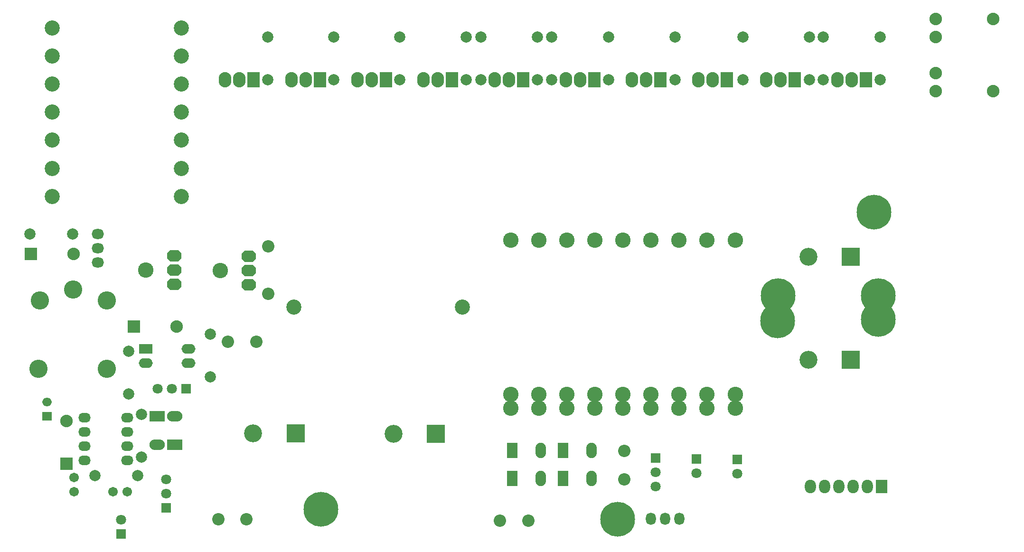
<source format=gts>
%FSTAX24Y24*%
%MOIN*%
G70*
G01*
G75*
G04 Layer_Color=8388736*
%ADD10C,0.0787*%
%ADD11C,0.1575*%
%ADD12C,0.1181*%
%ADD13C,0.0591*%
%ADD14C,0.0000*%
%ADD15C,0.1000*%
%ADD16C,0.0591*%
%ADD17R,0.0630X0.0630*%
%ADD18C,0.0630*%
%ADD19C,0.0787*%
%ADD20C,0.2362*%
G04:AMPARAMS|DCode=21|XSize=70mil|YSize=90mil|CornerRadius=0mil|HoleSize=0mil|Usage=FLASHONLY|Rotation=90.000|XOffset=0mil|YOffset=0mil|HoleType=Round|Shape=Octagon|*
%AMOCTAGOND21*
4,1,8,-0.0450,-0.0175,-0.0450,0.0175,-0.0275,0.0350,0.0275,0.0350,0.0450,0.0175,0.0450,-0.0175,0.0275,-0.0350,-0.0275,-0.0350,-0.0450,-0.0175,0.0*
%
%ADD21OCTAGOND21*%

%ADD22C,0.0984*%
%ADD23O,0.0591X0.0512*%
%ADD24R,0.0591X0.0512*%
%ADD25R,0.0800X0.0800*%
%ADD26C,0.0800*%
%ADD27R,0.1000X0.0650*%
%ADD28O,0.1000X0.0650*%
%ADD29R,0.0630X0.0630*%
%ADD30O,0.0787X0.0591*%
%ADD31O,0.0787X0.0630*%
%ADD32O,0.0900X0.0600*%
%ADD33R,0.0900X0.0600*%
%ADD34C,0.0709*%
%ADD35C,0.1181*%
%ADD36R,0.1181X0.1181*%
%ADD37O,0.0650X0.1000*%
%ADD38R,0.0650X0.1000*%
%ADD39O,0.0709X0.0866*%
%ADD40R,0.0709X0.0866*%
%ADD41O,0.0800X0.1000*%
%ADD42R,0.0800X0.1000*%
%ADD43O,0.0630X0.0787*%
%ADD44R,0.0800X0.0800*%
%ADD45C,0.1200*%
%ADD46C,0.0079*%
%ADD47C,0.0100*%
%ADD48C,0.0120*%
%ADD49C,0.0070*%
%ADD50C,0.0150*%
%ADD51C,0.0250*%
%ADD52C,0.0039*%
%ADD53C,0.0080*%
%ADD54R,0.1260X0.0200*%
%ADD55R,0.0550X0.0150*%
%ADD56R,0.0150X0.0550*%
%ADD57R,0.3990X0.0360*%
%ADD58R,0.0200X0.1260*%
%ADD59C,0.1080*%
%ADD60C,0.0671*%
%ADD61R,0.0710X0.0710*%
%ADD62C,0.0710*%
%ADD63C,0.0867*%
%ADD64C,0.2442*%
G04:AMPARAMS|DCode=65|XSize=78mil|YSize=98mil|CornerRadius=0mil|HoleSize=0mil|Usage=FLASHONLY|Rotation=90.000|XOffset=0mil|YOffset=0mil|HoleType=Round|Shape=Octagon|*
%AMOCTAGOND65*
4,1,8,-0.0490,-0.0195,-0.0490,0.0195,-0.0295,0.0390,0.0295,0.0390,0.0490,0.0195,0.0490,-0.0195,0.0295,-0.0390,-0.0295,-0.0390,-0.0490,-0.0195,0.0*
%
%ADD65OCTAGOND65*%

%ADD66C,0.1064*%
%ADD67O,0.0671X0.0592*%
%ADD68R,0.0671X0.0592*%
%ADD69R,0.0880X0.0880*%
%ADD70C,0.0880*%
%ADD71R,0.1080X0.0730*%
%ADD72O,0.1080X0.0730*%
%ADD73R,0.0710X0.0710*%
%ADD74O,0.0867X0.0671*%
%ADD75O,0.0867X0.0710*%
%ADD76O,0.0980X0.0680*%
%ADD77R,0.0980X0.0680*%
%ADD78C,0.0789*%
%ADD79C,0.1261*%
%ADD80R,0.1261X0.1261*%
%ADD81O,0.0730X0.1080*%
%ADD82R,0.0730X0.1080*%
%ADD83O,0.0789X0.0946*%
%ADD84R,0.0789X0.0946*%
%ADD85O,0.0880X0.1080*%
%ADD86R,0.0880X0.1080*%
%ADD87O,0.0710X0.0867*%
%ADD88R,0.0880X0.0880*%
%ADD89C,0.1280*%
D59*
X186276Y021866D02*
D03*
X170528D02*
D03*
X172496D02*
D03*
X174465D02*
D03*
X176433D02*
D03*
X184307D02*
D03*
X182339D02*
D03*
X18037D02*
D03*
X178402D02*
D03*
X186276Y032693D02*
D03*
X178402D02*
D03*
X18037D02*
D03*
X182339D02*
D03*
X184307D02*
D03*
X176433D02*
D03*
X174465D02*
D03*
X172496D02*
D03*
X170528D02*
D03*
X178402Y020882D02*
D03*
X18037D02*
D03*
X182339D02*
D03*
X184307D02*
D03*
X176433D02*
D03*
X174465D02*
D03*
X172496D02*
D03*
X170528D02*
D03*
X186276D02*
D03*
X144882Y030583D02*
D03*
X15011Y030567D02*
D03*
D60*
X139858Y016028D02*
D03*
Y015028D02*
D03*
X142602Y015016D02*
D03*
X143602D02*
D03*
D61*
X143165Y012063D02*
D03*
X146315Y013882D02*
D03*
X180701Y017378D02*
D03*
X183551Y017319D02*
D03*
X186409Y017299D02*
D03*
D62*
X143165Y013063D02*
D03*
X145717Y02226D02*
D03*
X146717D02*
D03*
X146315Y015882D02*
D03*
Y014882D02*
D03*
X180701Y016378D02*
D03*
Y015378D02*
D03*
X183551Y016319D02*
D03*
X186409Y016299D02*
D03*
D63*
X15348Y028913D02*
D03*
Y03226D02*
D03*
X152669Y025567D02*
D03*
X150669D02*
D03*
X178496Y01589D02*
D03*
Y01789D02*
D03*
X151969Y013087D02*
D03*
X15D02*
D03*
X169764Y012968D02*
D03*
X171772D02*
D03*
D64*
X157205Y013795D02*
D03*
X196024Y034661D02*
D03*
X189252Y027024D02*
D03*
X189291Y028795D02*
D03*
X196339Y027102D02*
D03*
Y028795D02*
D03*
X178008Y013087D02*
D03*
D65*
X146882Y031583D02*
D03*
Y030583D02*
D03*
Y029583D02*
D03*
X15211Y031567D02*
D03*
Y030567D02*
D03*
Y029567D02*
D03*
D66*
X167118Y027968D02*
D03*
X155307D02*
D03*
X147378Y045606D02*
D03*
Y047575D02*
D03*
X138323D02*
D03*
Y035764D02*
D03*
Y037732D02*
D03*
Y041669D02*
D03*
Y039701D02*
D03*
Y043638D02*
D03*
Y045606D02*
D03*
X147378Y043638D02*
D03*
Y041669D02*
D03*
Y037732D02*
D03*
Y039701D02*
D03*
Y035764D02*
D03*
D67*
X137953Y021303D02*
D03*
D68*
Y020303D02*
D03*
D69*
X139331Y016988D02*
D03*
D70*
Y019988D02*
D03*
X200346Y043165D02*
D03*
Y044425D02*
D03*
Y048205D02*
D03*
Y046945D02*
D03*
X204402Y048205D02*
D03*
Y043165D02*
D03*
X147059Y02663D02*
D03*
X139831Y031709D02*
D03*
D71*
X146921Y018307D02*
D03*
X145693Y020302D02*
D03*
D72*
X146921Y020307D02*
D03*
X145693Y018302D02*
D03*
D73*
X147717Y02226D02*
D03*
D74*
X140579Y020217D02*
D03*
Y019217D02*
D03*
Y018217D02*
D03*
Y017217D02*
D03*
X143579D02*
D03*
Y018217D02*
D03*
Y019217D02*
D03*
Y020217D02*
D03*
D75*
X141535Y031102D02*
D03*
Y032102D02*
D03*
Y033102D02*
D03*
D76*
X147907Y025055D02*
D03*
Y024055D02*
D03*
X144907D02*
D03*
D77*
Y025055D02*
D03*
D78*
X141339Y016157D02*
D03*
X144339D02*
D03*
X143701Y024898D02*
D03*
Y021898D02*
D03*
X144598Y020449D02*
D03*
Y017449D02*
D03*
X149409Y023087D02*
D03*
Y026087D02*
D03*
X168417Y046953D02*
D03*
Y043953D02*
D03*
X162732D02*
D03*
Y046953D02*
D03*
X167402Y043953D02*
D03*
Y046953D02*
D03*
X172386Y043953D02*
D03*
Y046953D02*
D03*
X177402Y043953D02*
D03*
Y046953D02*
D03*
X182047Y043953D02*
D03*
Y046953D02*
D03*
X158094Y043953D02*
D03*
Y046953D02*
D03*
X153457Y043953D02*
D03*
Y046953D02*
D03*
X196441Y043953D02*
D03*
Y046953D02*
D03*
X191488Y043953D02*
D03*
Y046953D02*
D03*
X192472D02*
D03*
Y043953D02*
D03*
X186811D02*
D03*
Y046953D02*
D03*
X136764Y033126D02*
D03*
X139764D02*
D03*
X173386Y046953D02*
D03*
Y043953D02*
D03*
D79*
X152433Y01911D02*
D03*
X162276Y019071D02*
D03*
X191409Y024268D02*
D03*
Y031512D02*
D03*
D80*
X155425Y01911D02*
D03*
X165268Y019071D02*
D03*
X194402Y024268D02*
D03*
Y031512D02*
D03*
D81*
X172628Y01791D02*
D03*
Y015941D02*
D03*
X176202Y015941D02*
D03*
Y01791D02*
D03*
D82*
X170628D02*
D03*
Y015941D02*
D03*
X174202Y015941D02*
D03*
Y01791D02*
D03*
D83*
X191565Y01539D02*
D03*
X192565D02*
D03*
X193565D02*
D03*
X195565D02*
D03*
X194565D02*
D03*
D84*
X196565D02*
D03*
D85*
X179039Y043953D02*
D03*
X180039D02*
D03*
X174402D02*
D03*
X175402D02*
D03*
X169402D02*
D03*
X170402D02*
D03*
X164402D02*
D03*
X165402D02*
D03*
X159748D02*
D03*
X160748D02*
D03*
X15511D02*
D03*
X15611D02*
D03*
X150472D02*
D03*
X151472D02*
D03*
X193457Y043953D02*
D03*
X194457D02*
D03*
X188465D02*
D03*
X189465D02*
D03*
X183701Y043953D02*
D03*
X184701D02*
D03*
D86*
X181039D02*
D03*
X176402D02*
D03*
X171402D02*
D03*
X166402D02*
D03*
X161748D02*
D03*
X15711D02*
D03*
X152472D02*
D03*
X195457Y043953D02*
D03*
X190465D02*
D03*
X185701Y043953D02*
D03*
D87*
X180354Y013126D02*
D03*
X181354D02*
D03*
X182354D02*
D03*
D88*
X144059Y02663D02*
D03*
X136831Y031709D02*
D03*
D89*
X137441Y028441D02*
D03*
X142165D02*
D03*
X137365Y023638D02*
D03*
X142165D02*
D03*
X139803Y029228D02*
D03*
M02*

</source>
